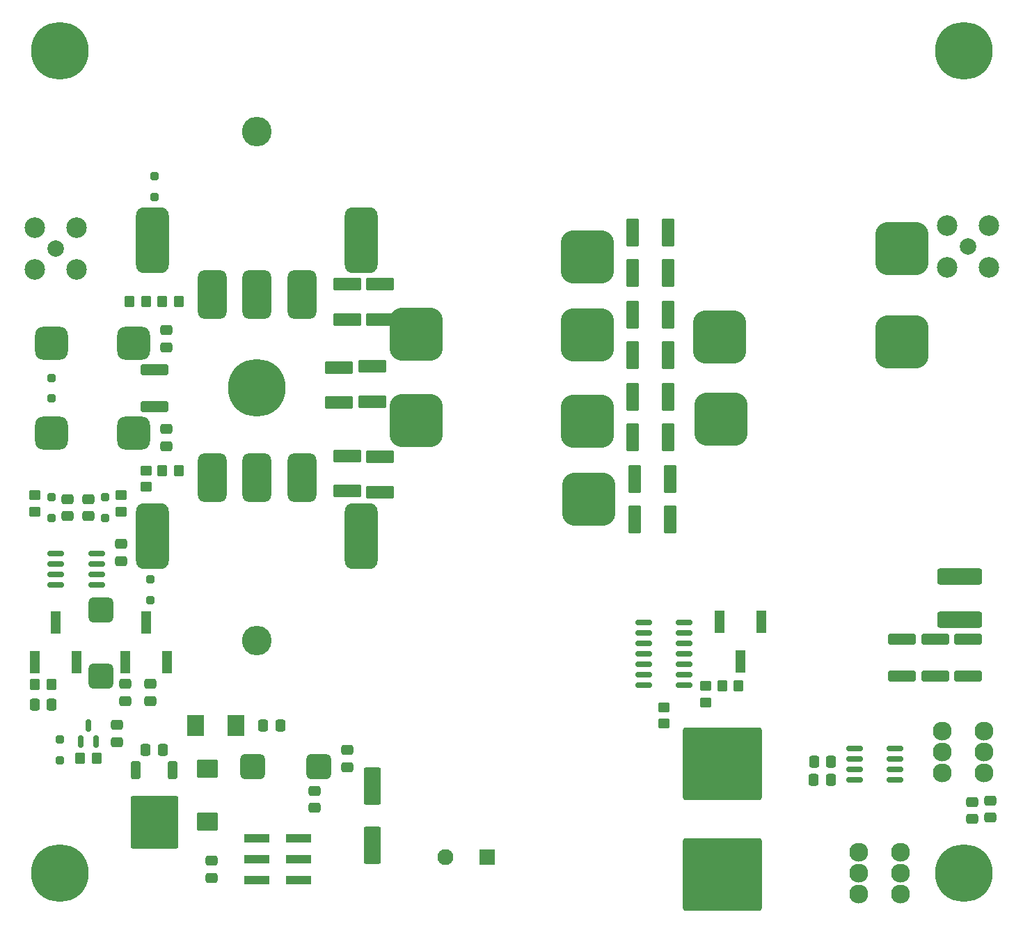
<source format=gbr>
G04 #@! TF.GenerationSoftware,KiCad,Pcbnew,7.0.1*
G04 #@! TF.CreationDate,2023-05-25T18:43:52+02:00*
G04 #@! TF.ProjectId,K_Munin400,4b5f4d75-6e69-46e3-9430-302e6b696361,rev?*
G04 #@! TF.SameCoordinates,Original*
G04 #@! TF.FileFunction,Soldermask,Top*
G04 #@! TF.FilePolarity,Negative*
%FSLAX46Y46*%
G04 Gerber Fmt 4.6, Leading zero omitted, Abs format (unit mm)*
G04 Created by KiCad (PCBNEW 7.0.1) date 2023-05-25 18:43:52*
%MOMM*%
%LPD*%
G01*
G04 APERTURE LIST*
G04 Aperture macros list*
%AMRoundRect*
0 Rectangle with rounded corners*
0 $1 Rounding radius*
0 $2 $3 $4 $5 $6 $7 $8 $9 X,Y pos of 4 corners*
0 Add a 4 corners polygon primitive as box body*
4,1,4,$2,$3,$4,$5,$6,$7,$8,$9,$2,$3,0*
0 Add four circle primitives for the rounded corners*
1,1,$1+$1,$2,$3*
1,1,$1+$1,$4,$5*
1,1,$1+$1,$6,$7*
1,1,$1+$1,$8,$9*
0 Add four rect primitives between the rounded corners*
20,1,$1+$1,$2,$3,$4,$5,0*
20,1,$1+$1,$4,$5,$6,$7,0*
20,1,$1+$1,$6,$7,$8,$9,0*
20,1,$1+$1,$8,$9,$2,$3,0*%
G04 Aperture macros list end*
%ADD10RoundRect,1.625000X1.625000X1.625000X-1.625000X1.625000X-1.625000X-1.625000X1.625000X-1.625000X0*%
%ADD11RoundRect,1.625000X-1.625000X1.625000X-1.625000X-1.625000X1.625000X-1.625000X1.625000X1.625000X0*%
%ADD12RoundRect,1.000000X1.000000X-1.000000X1.000000X1.000000X-1.000000X1.000000X-1.000000X-1.000000X0*%
%ADD13RoundRect,1.000000X-1.000000X-3.000000X1.000000X-3.000000X1.000000X3.000000X-1.000000X3.000000X0*%
%ADD14C,1.998980*%
%ADD15C,2.499360*%
%ADD16RoundRect,0.250000X0.475000X-0.337500X0.475000X0.337500X-0.475000X0.337500X-0.475000X-0.337500X0*%
%ADD17RoundRect,0.250000X-0.475000X0.337500X-0.475000X-0.337500X0.475000X-0.337500X0.475000X0.337500X0*%
%ADD18C,2.300000*%
%ADD19RoundRect,0.250000X-0.537500X-1.450000X0.537500X-1.450000X0.537500X1.450000X-0.537500X1.450000X0*%
%ADD20RoundRect,0.250000X0.337500X0.475000X-0.337500X0.475000X-0.337500X-0.475000X0.337500X-0.475000X0*%
%ADD21R,3.150000X1.000000*%
%ADD22R,1.190000X2.790000*%
%ADD23C,3.900000*%
%ADD24C,7.000000*%
%ADD25RoundRect,0.250000X0.250000X-0.250000X0.250000X0.250000X-0.250000X0.250000X-0.250000X-0.250000X0*%
%ADD26RoundRect,0.250000X-0.450000X0.350000X-0.450000X-0.350000X0.450000X-0.350000X0.450000X0.350000X0*%
%ADD27RoundRect,0.250000X-0.350000X-0.450000X0.350000X-0.450000X0.350000X0.450000X-0.350000X0.450000X0*%
%ADD28RoundRect,0.250000X1.450000X-0.537500X1.450000X0.537500X-1.450000X0.537500X-1.450000X-0.537500X0*%
%ADD29RoundRect,0.250000X-0.250000X0.250000X-0.250000X-0.250000X0.250000X-0.250000X0.250000X0.250000X0*%
%ADD30RoundRect,0.500000X-0.500000X1.500000X-0.500000X-1.500000X0.500000X-1.500000X0.500000X1.500000X0*%
%ADD31RoundRect,0.250000X-1.025000X0.875000X-1.025000X-0.875000X1.025000X-0.875000X1.025000X0.875000X0*%
%ADD32RoundRect,0.249999X-4.550001X4.150001X-4.550001X-4.150001X4.550001X-4.150001X4.550001X4.150001X0*%
%ADD33RoundRect,0.249999X2.450001X-0.737501X2.450001X0.737501X-2.450001X0.737501X-2.450001X-0.737501X0*%
%ADD34RoundRect,0.491801X1.008199X1.008199X-1.008199X1.008199X-1.008199X-1.008199X1.008199X-1.008199X0*%
%ADD35RoundRect,0.150000X0.825000X0.150000X-0.825000X0.150000X-0.825000X-0.150000X0.825000X-0.150000X0*%
%ADD36C,1.950000*%
%ADD37R,1.950000X1.950000*%
%ADD38RoundRect,0.250000X-1.450000X0.400000X-1.450000X-0.400000X1.450000X-0.400000X1.450000X0.400000X0*%
%ADD39RoundRect,0.250000X-1.450000X0.537500X-1.450000X-0.537500X1.450000X-0.537500X1.450000X0.537500X0*%
%ADD40RoundRect,0.150000X-0.825000X-0.150000X0.825000X-0.150000X0.825000X0.150000X-0.825000X0.150000X0*%
%ADD41O,3.600000X3.600000*%
%ADD42RoundRect,0.875000X-0.875000X-2.125000X0.875000X-2.125000X0.875000X2.125000X-0.875000X2.125000X0*%
%ADD43RoundRect,0.250001X-0.799999X1.999999X-0.799999X-1.999999X0.799999X-1.999999X0.799999X1.999999X0*%
%ADD44R,2.100000X2.600000*%
%ADD45RoundRect,0.250000X0.350000X0.450000X-0.350000X0.450000X-0.350000X-0.450000X0.350000X-0.450000X0*%
%ADD46RoundRect,0.150000X0.150000X-0.587500X0.150000X0.587500X-0.150000X0.587500X-0.150000X-0.587500X0*%
%ADD47RoundRect,0.250000X-0.350000X0.850000X-0.350000X-0.850000X0.350000X-0.850000X0.350000X0.850000X0*%
%ADD48RoundRect,0.249997X-2.650003X2.950003X-2.650003X-2.950003X2.650003X-2.950003X2.650003X2.950003X0*%
%ADD49RoundRect,0.491801X-1.008199X1.008199X-1.008199X-1.008199X1.008199X-1.008199X1.008199X1.008199X0*%
%ADD50RoundRect,0.500000X0.500000X-1.500000X0.500000X1.500000X-0.500000X1.500000X-0.500000X-1.500000X0*%
%ADD51RoundRect,1.625000X1.625000X-1.625000X1.625000X1.625000X-1.625000X1.625000X-1.625000X-1.625000X0*%
G04 APERTURE END LIST*
D10*
X135500000Y-109800000D03*
D11*
X157500000Y-100400000D03*
X157500000Y-89000000D03*
X135300000Y-99800000D03*
D12*
X54000000Y-100500000D03*
X54000000Y-111500000D03*
X64000000Y-111500000D03*
X64000000Y-100500000D03*
D13*
X66300000Y-88000000D03*
X91700000Y-88000000D03*
X66300000Y-124000000D03*
X91700000Y-124000000D03*
D14*
X54500000Y-88998860D03*
D15*
X51960000Y-86458860D03*
X51960000Y-91538860D03*
X57040000Y-86458860D03*
X57040000Y-91538860D03*
D16*
X58500000Y-119462500D03*
X58500000Y-121537500D03*
D17*
X168200000Y-156162500D03*
X168200000Y-158237500D03*
D18*
X162360000Y-147660000D03*
X162360000Y-150200000D03*
X162360000Y-152740000D03*
X167440000Y-147660000D03*
X167440000Y-150200000D03*
X167440000Y-152740000D03*
D19*
X125000000Y-117050000D03*
X129275000Y-117050000D03*
D20*
X54037500Y-144500000D03*
X51962500Y-144500000D03*
D21*
X78975000Y-160700000D03*
X84025000Y-160700000D03*
X78975000Y-163240000D03*
X84025000Y-163240000D03*
X78975000Y-165780000D03*
X84025000Y-165780000D03*
D22*
X140340000Y-134385000D03*
X137800000Y-139215000D03*
X135260000Y-134385000D03*
D23*
X165000000Y-65000000D03*
D24*
X165000000Y-65000000D03*
D25*
X54000000Y-107250000D03*
X54000000Y-104750000D03*
D19*
X124725000Y-97050000D03*
X129000000Y-97050000D03*
D26*
X128500000Y-144800000D03*
X128500000Y-146800000D03*
D27*
X67500000Y-116000000D03*
X69500000Y-116000000D03*
D17*
X86000000Y-154962500D03*
X86000000Y-157037500D03*
D28*
X93000000Y-107637500D03*
X93000000Y-103362500D03*
D29*
X66500000Y-80250000D03*
X66500000Y-82750000D03*
D30*
X96400000Y-100100000D03*
D11*
X119200000Y-110000000D03*
X98400000Y-109900000D03*
X119400000Y-119500000D03*
D26*
X65500000Y-118000000D03*
X65500000Y-116000000D03*
D31*
X73000000Y-152300000D03*
X73000000Y-158700000D03*
D23*
X165000000Y-165000000D03*
D24*
X165000000Y-165000000D03*
X165000000Y-165000000D03*
D32*
X135600000Y-151650000D03*
X135600000Y-165150000D03*
D33*
X164500000Y-134137500D03*
X164500000Y-128862500D03*
D34*
X86500000Y-152000000D03*
X78500000Y-152000000D03*
D35*
X131000000Y-142080000D03*
X131000000Y-140810000D03*
X131000000Y-139540000D03*
X131000000Y-138270000D03*
X131000000Y-137000000D03*
X131000000Y-135730000D03*
X131000000Y-134460000D03*
X126050000Y-134460000D03*
X126050000Y-135730000D03*
X126050000Y-137000000D03*
X126050000Y-138270000D03*
X126050000Y-139540000D03*
X126050000Y-140810000D03*
X126050000Y-142080000D03*
D16*
X62500000Y-127037500D03*
X62500000Y-124962500D03*
D27*
X52000000Y-142000000D03*
X54000000Y-142000000D03*
D19*
X125000000Y-122000000D03*
X129275000Y-122000000D03*
D36*
X101920000Y-163000000D03*
D37*
X107000000Y-163000000D03*
D29*
X60500000Y-119250000D03*
X60500000Y-121750000D03*
D28*
X94000000Y-97637500D03*
X94000000Y-93362500D03*
D16*
X62000000Y-149037500D03*
X62000000Y-146962500D03*
D19*
X124725000Y-92000000D03*
X129000000Y-92000000D03*
X124725000Y-102000000D03*
X129000000Y-102000000D03*
D16*
X68000000Y-101037500D03*
X68000000Y-98962500D03*
D38*
X66500000Y-103775000D03*
X66500000Y-108225000D03*
D39*
X90000000Y-114225000D03*
X90000000Y-118500000D03*
D20*
X81837500Y-147000000D03*
X79762500Y-147000000D03*
D40*
X54525000Y-126095000D03*
X54525000Y-127365000D03*
X54525000Y-128635000D03*
X54525000Y-129905000D03*
X59475000Y-129905000D03*
X59475000Y-128635000D03*
X59475000Y-127365000D03*
X59475000Y-126095000D03*
D20*
X148875000Y-151400000D03*
X146800000Y-151400000D03*
D17*
X63000000Y-141962500D03*
X63000000Y-144037500D03*
D28*
X89000000Y-107775000D03*
X89000000Y-103500000D03*
D20*
X148837500Y-153600000D03*
X146762500Y-153600000D03*
D23*
X55000000Y-165000000D03*
D24*
X55000000Y-165000000D03*
D22*
X51960000Y-139330000D03*
X54500000Y-134500000D03*
X57040000Y-139330000D03*
D16*
X73500000Y-165537500D03*
X73500000Y-163462500D03*
D35*
X156637500Y-153640000D03*
X156637500Y-152370000D03*
X156637500Y-151100000D03*
X156637500Y-149830000D03*
X151687500Y-149830000D03*
X151687500Y-151100000D03*
X151687500Y-152370000D03*
X151687500Y-153640000D03*
D16*
X56000000Y-121537500D03*
X56000000Y-119462500D03*
D38*
X157500000Y-136550000D03*
X157500000Y-141000000D03*
D26*
X62500000Y-119000000D03*
X62500000Y-121000000D03*
D22*
X62960000Y-139330000D03*
X65500000Y-134500000D03*
X68040000Y-139330000D03*
D16*
X90000000Y-152075000D03*
X90000000Y-150000000D03*
D41*
X79000000Y-136707500D03*
D42*
X73550000Y-116847500D03*
X79000000Y-116847500D03*
X84450000Y-116847500D03*
D43*
X93000000Y-154400000D03*
X93000000Y-161600000D03*
D26*
X52000000Y-121000000D03*
X52000000Y-119000000D03*
D44*
X71550000Y-147000000D03*
X76450000Y-147000000D03*
D23*
X79000000Y-106000000D03*
D24*
X79000000Y-106000000D03*
D17*
X66000000Y-141962500D03*
X66000000Y-144037500D03*
D25*
X55000000Y-151250000D03*
X55000000Y-148750000D03*
D45*
X65500000Y-95500000D03*
X63500000Y-95500000D03*
D29*
X66000000Y-129250000D03*
X66000000Y-131750000D03*
D38*
X165500000Y-136550000D03*
X165500000Y-141000000D03*
D41*
X79000000Y-74792500D03*
D42*
X73550000Y-94652500D03*
X79000000Y-94652500D03*
X84450000Y-94652500D03*
D46*
X57550000Y-148937500D03*
X59450000Y-148937500D03*
X58500000Y-147062500D03*
D17*
X166000000Y-156325000D03*
X166000000Y-158400000D03*
D18*
X152220000Y-162460000D03*
X152220000Y-165000000D03*
X152220000Y-167540000D03*
X157300000Y-162460000D03*
X157300000Y-165000000D03*
X157300000Y-167540000D03*
D20*
X67537500Y-150000000D03*
X65462500Y-150000000D03*
D39*
X94000000Y-114362500D03*
X94000000Y-118637500D03*
D38*
X161500000Y-136550000D03*
X161500000Y-141000000D03*
D19*
X124725000Y-112000000D03*
X129000000Y-112000000D03*
D47*
X68780000Y-152460000D03*
D48*
X66500000Y-158760000D03*
D47*
X64220000Y-152460000D03*
D23*
X55000000Y-65000000D03*
D24*
X55000000Y-65000000D03*
D49*
X60000000Y-141000000D03*
X60000000Y-133000000D03*
D28*
X90000000Y-97637500D03*
X90000000Y-93362500D03*
D19*
X124725000Y-87050000D03*
X129000000Y-87050000D03*
D50*
X96400000Y-109400000D03*
D51*
X119200000Y-99500000D03*
X98400000Y-99400000D03*
X119200000Y-90000000D03*
D45*
X137600000Y-142200000D03*
X135600000Y-142200000D03*
D26*
X133600000Y-142200000D03*
X133600000Y-144200000D03*
D14*
X165500000Y-88750000D03*
D15*
X168040000Y-91290000D03*
X168040000Y-86210000D03*
X162960000Y-91290000D03*
X162960000Y-86210000D03*
D27*
X57500000Y-151000000D03*
X59500000Y-151000000D03*
X67500000Y-95500000D03*
X69500000Y-95500000D03*
D17*
X68000000Y-110962500D03*
X68000000Y-113037500D03*
D19*
X124725000Y-107050000D03*
X129000000Y-107050000D03*
D29*
X54000000Y-121750000D03*
X54000000Y-119250000D03*
M02*

</source>
